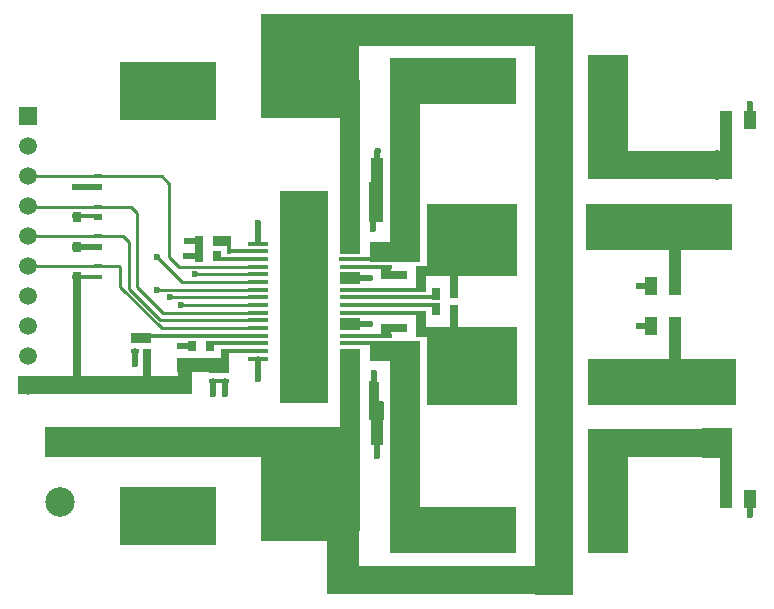
<source format=gtl>
G04*
G04 #@! TF.GenerationSoftware,Altium Limited,Altium Designer,23.1.1 (15)*
G04*
G04 Layer_Physical_Order=1*
G04 Layer_Color=255*
%FSLAX44Y44*%
%MOMM*%
G71*
G04*
G04 #@! TF.SameCoordinates,268351B6-6D58-47A7-88F6-7EDC03A6DC4B*
G04*
G04*
G04 #@! TF.FilePolarity,Positive*
G04*
G01*
G75*
%ADD11C,0.2540*%
%ADD14R,0.6350X0.4572*%
%ADD15R,6.5000X2.3000*%
%ADD16R,3.5000X4.0000*%
%ADD17R,0.8890X0.7620*%
%ADD18R,0.7620X0.8890*%
%ADD19R,4.1100X4.3600*%
%ADD20R,1.6750X0.4500*%
%ADD21R,1.0160X1.5240*%
%ADD35C,0.6000*%
%ADD36C,0.5080*%
%ADD37R,8.3864X7.0532*%
%ADD38R,26.5062X2.6692*%
%ADD39R,3.3020X49.0866*%
%ADD40R,20.8376X2.4014*%
%ADD41R,2.7020X7.2020*%
%ADD42R,4.1100X17.9680*%
%ADD43R,0.7620X0.9333*%
%ADD44R,0.8890X3.3164*%
%ADD45R,1.0160X3.6830*%
%ADD46R,1.2906X3.3655*%
%ADD47R,1.0162X3.6322*%
%ADD48R,2.5115X0.4805*%
%ADD49R,2.5115X0.4649*%
%ADD50R,2.5115X0.4827*%
%ADD51R,2.5115X0.4528*%
%ADD52R,0.7623X10.2750*%
%ADD53R,8.1280X4.9955*%
%ADD54R,1.6750X1.1000*%
%ADD55R,1.0263X6.2738*%
%ADD56R,1.0125X5.8556*%
%ADD57R,1.0160X6.4732*%
%ADD58R,3.5000X10.6050*%
%ADD59R,12.3032X2.4946*%
%ADD60R,12.3726X4.0000*%
%ADD61R,3.5000X4.0000*%
%ADD62R,12.5196X4.0000*%
%ADD63R,7.6678X6.1620*%
%ADD64R,0.8890X2.3008*%
%ADD65R,8.5568X0.9154*%
%ADD66R,0.7620X2.7569*%
%ADD67R,7.6678X6.7244*%
%ADD68R,10.6294X4.0000*%
%ADD69R,2.5400X16.6606*%
%ADD70R,4.3180X1.6680*%
%ADD71R,3.0597X1.0356*%
%ADD72R,0.7620X1.0723*%
%ADD73R,0.7620X1.0829*%
%ADD74R,2.1082X0.4500*%
%ADD75R,6.8365X0.4500*%
%ADD76R,1.6750X0.4500*%
%ADD77R,4.4221X0.4500*%
%ADD78R,2.2251X0.7620*%
%ADD79R,0.9262X1.2410*%
%ADD80R,5.7210X0.4500*%
%ADD81R,2.2251X0.7620*%
%ADD82R,4.4221X0.4500*%
%ADD83R,4.3180X1.7500*%
%ADD84R,2.5400X17.2866*%
%ADD85R,3.3059X0.4500*%
%ADD86R,0.6350X2.9847*%
%ADD87R,1.6522X0.8197*%
%ADD88R,11.5112X0.4500*%
%ADD89R,1.2445X3.0480*%
%ADD90R,4.3857X1.2829*%
%ADD91R,14.7065X1.5240*%
%ADD92R,0.6350X2.0600*%
%ADD93R,1.7272X0.4699*%
%ADD94R,26.5642X2.5200*%
%ADD95R,1.6750X8.7242*%
%ADD96R,8.3864X4.0640*%
%ADD97R,8.3864X7.6200*%
%ADD98R,8.3907X2.3000*%
%ADD99R,1.6750X8.0886*%
%ADD100R,1.6750X8.1430*%
%ADD101R,5.2490X0.4500*%
%ADD102R,3.8522X0.4500*%
%ADD103R,1.7272X0.4445*%
%ADD104R,0.7618X2.1890*%
%ADD105R,0.4064X1.5100*%
%ADD106R,1.5750X0.8545*%
%ADD107R,3.4963X0.4500*%
%ADD108R,0.7620X0.8890*%
%ADD109R,4.6647X0.4500*%
%ADD110C,1.5000*%
%ADD111R,1.5000X1.5000*%
%ADD112R,2.5000X2.5000*%
%ADD113C,2.5000*%
D11*
X23099Y333701D02*
X82801D01*
X82900Y333602D01*
X23000Y333800D02*
X23099Y333701D01*
X110390Y333602D02*
X115570Y328422D01*
X82900Y333602D02*
X110390D01*
X104097Y308653D02*
X109120Y303630D01*
X82900Y308653D02*
X104097D01*
X23000Y308400D02*
X82647D01*
X82900Y308653D01*
X100457Y283322D02*
X101600Y282179D01*
X100330Y283195D02*
X100457Y283322D01*
X82900Y283195D02*
X100330D01*
X23098Y283098D02*
X82802D01*
X23000Y283000D02*
X23098Y283098D01*
X82802D02*
X82900Y283195D01*
X136377Y359177D02*
X142748Y352806D01*
X82900Y359177D02*
X136377D01*
X23012Y359188D02*
X82888D01*
X23000Y359200D02*
X23012Y359188D01*
X82888D02*
X82900Y359177D01*
X101600Y265765D02*
Y282179D01*
Y265765D02*
X136605Y230760D01*
X217850D01*
X109120Y263634D02*
Y303630D01*
Y263634D02*
X135494Y237260D01*
X217850D01*
X137748Y243760D02*
X217850D01*
X115570Y265938D02*
X137748Y243760D01*
X115570Y265938D02*
Y328422D01*
X132363Y263173D02*
X132392Y263202D01*
X217792D01*
X217850Y263260D01*
X143256Y257048D02*
X217562D01*
X217850Y256760D01*
X153687Y269760D02*
X217850D01*
X132363Y291084D02*
X153687Y269760D01*
X142748Y291084D02*
Y352806D01*
Y291084D02*
X151072Y282760D01*
X217850D01*
X22860Y309880D02*
X22966Y309774D01*
X64516Y350047D02*
X64523Y350040D01*
X64516Y325489D02*
X64523Y325481D01*
X64516Y300285D02*
X64523Y300278D01*
X64516Y275082D02*
X64523Y275075D01*
X164756Y276260D02*
X217850D01*
X152746Y250352D02*
X217758D01*
X217850Y250260D01*
D14*
X82900Y359177D02*
D03*
Y349779D02*
D03*
Y333602D02*
D03*
Y324204D02*
D03*
Y308653D02*
D03*
Y299255D02*
D03*
Y283195D02*
D03*
Y273797D02*
D03*
X124460Y220599D02*
D03*
Y211201D02*
D03*
X114300D02*
D03*
Y220599D02*
D03*
X179620Y185926D02*
D03*
Y195324D02*
D03*
X190541Y185799D02*
D03*
Y195197D02*
D03*
D15*
X252578Y430000D02*
D03*
X150582D02*
D03*
Y70206D02*
D03*
X252578D02*
D03*
D16*
X418994Y440000D02*
D03*
X513994D02*
D03*
X419858Y184912D02*
D03*
X514858D02*
D03*
X418334Y316484D02*
D03*
X513334D02*
D03*
X418994Y60000D02*
D03*
X513994D02*
D03*
D17*
X340000Y215380D02*
D03*
Y230620D02*
D03*
X340000Y290874D02*
D03*
Y275634D02*
D03*
X340000Y291510D02*
D03*
X338572Y209056D02*
D03*
D18*
X177545Y215510D02*
D03*
X162305D02*
D03*
X183388Y291510D02*
D03*
X168148D02*
D03*
X183386Y304510D02*
D03*
X168146D02*
D03*
X300228Y181356D02*
D03*
X315468D02*
D03*
X384302Y260788D02*
D03*
X369062D02*
D03*
X384302Y246126D02*
D03*
X369062D02*
D03*
X299974Y325120D02*
D03*
X315214D02*
D03*
D19*
X256730Y253510D02*
D03*
D20*
X295610Y302260D02*
D03*
Y295760D02*
D03*
Y289260D02*
D03*
Y282760D02*
D03*
Y276260D02*
D03*
Y269760D02*
D03*
Y263260D02*
D03*
Y256760D02*
D03*
Y250260D02*
D03*
Y243760D02*
D03*
Y237260D02*
D03*
Y230760D02*
D03*
Y224260D02*
D03*
Y217760D02*
D03*
Y211260D02*
D03*
Y204760D02*
D03*
X217850D02*
D03*
Y211260D02*
D03*
Y217760D02*
D03*
Y224260D02*
D03*
Y230760D02*
D03*
Y237260D02*
D03*
Y243760D02*
D03*
Y250260D02*
D03*
Y256760D02*
D03*
Y263260D02*
D03*
Y269760D02*
D03*
Y276260D02*
D03*
Y282760D02*
D03*
Y289260D02*
D03*
Y295760D02*
D03*
Y302260D02*
D03*
D21*
X319278Y160782D02*
D03*
X298958D02*
D03*
X319182Y139700D02*
D03*
X298862D02*
D03*
X319230Y366776D02*
D03*
X298910D02*
D03*
X319232Y345694D02*
D03*
X298912D02*
D03*
X551180Y266484D02*
D03*
X571500D02*
D03*
X634697Y86106D02*
D03*
X614377D02*
D03*
X551180Y232918D02*
D03*
X571500D02*
D03*
X634492Y407162D02*
D03*
X614172D02*
D03*
D35*
X241712Y308012D02*
D03*
X257492D02*
D03*
X272342D02*
D03*
Y319320D02*
D03*
X257492D02*
D03*
X241712D02*
D03*
X242062Y342138D02*
D03*
X257842D02*
D03*
X272692D02*
D03*
Y330831D02*
D03*
X257842D02*
D03*
X242062D02*
D03*
X241300Y195500D02*
D03*
X257080D02*
D03*
X271930D02*
D03*
Y206808D02*
D03*
X257080D02*
D03*
X241300D02*
D03*
X240950Y183989D02*
D03*
X256730D02*
D03*
X271580D02*
D03*
Y172682D02*
D03*
X256730D02*
D03*
X240950D02*
D03*
X132363Y263173D02*
D03*
X143256Y257048D02*
D03*
X132363Y291084D02*
D03*
X315850Y192498D02*
D03*
X319182Y122718D02*
D03*
X64523Y265935D02*
D03*
X64516Y350047D02*
D03*
Y324844D02*
D03*
Y299641D02*
D03*
Y274437D02*
D03*
X106680Y82801D02*
D03*
X118082Y54226D02*
D03*
Y63751D02*
D03*
X106680Y73276D02*
D03*
X118082D02*
D03*
X106680Y92326D02*
D03*
X118082Y82801D02*
D03*
X106680Y63751D02*
D03*
Y54226D02*
D03*
X118082Y92326D02*
D03*
Y452120D02*
D03*
X106680Y414020D02*
D03*
Y423545D02*
D03*
X118082Y442595D02*
D03*
X106680Y452120D02*
D03*
X118082Y433070D02*
D03*
X106680D02*
D03*
X118082Y423545D02*
D03*
Y414020D02*
D03*
X106680Y442595D02*
D03*
X157352Y291508D02*
D03*
X157732Y304510D02*
D03*
X271780Y271834D02*
D03*
X256730Y272010D02*
D03*
X264160Y263202D02*
D03*
X248920D02*
D03*
X271780Y254510D02*
D03*
X256730D02*
D03*
X264160Y246010D02*
D03*
X248920D02*
D03*
X241300Y272010D02*
D03*
Y254510D02*
D03*
X271780Y237260D02*
D03*
X256730D02*
D03*
X241300D02*
D03*
X312897Y272809D02*
D03*
X312942Y234069D02*
D03*
X217850Y187488D02*
D03*
Y319532D02*
D03*
X315216Y314543D02*
D03*
X319532Y381000D02*
D03*
X114302Y200624D02*
D03*
X151728Y215508D02*
D03*
X190543Y175222D02*
D03*
X179621Y175349D02*
D03*
X634535Y72136D02*
D03*
X634433Y420624D02*
D03*
X540603Y232916D02*
D03*
X540766Y266484D02*
D03*
X164756Y276260D02*
D03*
X152746Y250352D02*
D03*
D36*
X315850Y181356D02*
Y192498D01*
X319182Y122718D02*
Y139700D01*
X157352Y291508D02*
X167766D01*
X157732Y304510D02*
X168146D01*
X295915Y272809D02*
X312897D01*
X295960Y234069D02*
X312942D01*
X217850Y187488D02*
Y204470D01*
Y302550D02*
Y319532D01*
X315216Y314543D02*
Y324957D01*
X319228Y366939D02*
Y380447D01*
X319532Y380751D02*
Y381000D01*
X319228Y380447D02*
X319532Y380751D01*
X114302Y200624D02*
Y211038D01*
X151728Y215508D02*
X162142D01*
X190543Y175222D02*
Y185636D01*
X179621Y175349D02*
Y185763D01*
X634616Y85861D02*
X634699Y85943D01*
X634535Y72136D02*
X634616Y72217D01*
Y85861D01*
X634462Y407458D02*
Y420594D01*
X634433Y407428D02*
X634462Y407458D01*
X634433Y420624D02*
X634462Y420594D01*
X540603Y232916D02*
X551017D01*
X540766Y266484D02*
X551180D01*
D37*
X262010Y444032D02*
D03*
D38*
X352609Y482716D02*
D03*
D39*
X468630Y250629D02*
D03*
D40*
X380952Y17203D02*
D03*
D41*
X290274Y41206D02*
D03*
D42*
X256730Y256870D02*
D03*
D43*
X64770Y274046D02*
D03*
Y299249D02*
D03*
Y324453D02*
D03*
D44*
X316103Y169236D02*
D03*
D45*
X319182Y150495D02*
D03*
D46*
X317857Y337503D02*
D03*
D47*
X319231Y356235D02*
D03*
D48*
X73517Y349896D02*
D03*
D49*
Y325697D02*
D03*
D50*
Y299334D02*
D03*
D51*
Y273775D02*
D03*
D52*
X64772Y226755D02*
D03*
D53*
X142240Y71584D02*
D03*
Y431378D02*
D03*
D54*
X295610Y273010D02*
D03*
Y234010D02*
D03*
D55*
X614429Y109855D02*
D03*
D56*
X614189Y385504D02*
D03*
D57*
X571500Y208172D02*
D03*
Y291230D02*
D03*
D58*
X513994Y409133D02*
D03*
Y93025D02*
D03*
D59*
X558010Y368581D02*
D03*
Y133577D02*
D03*
D60*
X557697Y316484D02*
D03*
D61*
X513334D02*
D03*
D62*
X559956Y184912D02*
D03*
D63*
X399019Y305674D02*
D03*
D64*
X356235Y272514D02*
D03*
Y234506D02*
D03*
D65*
X394574Y279441D02*
D03*
Y227579D02*
D03*
D66*
X384302Y270233D02*
D03*
Y236786D02*
D03*
D67*
X399019Y198534D02*
D03*
D68*
X383347Y440000D02*
D03*
Y60000D02*
D03*
D69*
X342900Y376691D02*
D03*
D70*
X334010Y295404D02*
D03*
D71*
X327718Y298566D02*
D03*
Y207688D02*
D03*
D72*
X369062Y259872D02*
D03*
D73*
Y247096D02*
D03*
D74*
X362331Y256760D02*
D03*
Y250260D02*
D03*
D75*
X321418D02*
D03*
Y256760D02*
D03*
Y263260D02*
D03*
Y243760D02*
D03*
D76*
X295610Y250260D02*
D03*
Y256760D02*
D03*
Y263260D02*
D03*
Y243760D02*
D03*
D77*
X309345Y282760D02*
D03*
D78*
X333320Y275644D02*
D03*
D79*
X326825Y278039D02*
D03*
Y228215D02*
D03*
D80*
X315840Y289260D02*
D03*
D81*
X333320Y230610D02*
D03*
D82*
X309345Y224260D02*
D03*
D83*
X334010Y211260D02*
D03*
D84*
X342900Y126433D02*
D03*
D85*
X303764Y217760D02*
D03*
D86*
X124460Y198563D02*
D03*
D87*
X119374Y222411D02*
D03*
D88*
X168669Y224260D02*
D03*
D89*
X156082Y190500D02*
D03*
D90*
X171788Y199325D02*
D03*
D91*
X88772Y182880D02*
D03*
D92*
X190541Y203210D02*
D03*
D93*
X185081Y195260D02*
D03*
D94*
X171121Y134720D02*
D03*
D95*
X295610Y397879D02*
D03*
Y102327D02*
D03*
D96*
X262010Y429086D02*
D03*
D97*
Y88900D02*
D03*
D98*
X262031Y70206D02*
D03*
D99*
X295610Y333953D02*
D03*
D100*
Y172795D02*
D03*
D101*
X199980Y217760D02*
D03*
D102*
X206964Y211260D02*
D03*
D103*
X185081Y185862D02*
D03*
D104*
X168147Y298010D02*
D03*
D105*
X193294Y301060D02*
D03*
D106*
X187451Y304338D02*
D03*
D107*
X208743Y295760D02*
D03*
D108*
X183388Y291510D02*
D03*
D109*
X202901Y289260D02*
D03*
D110*
X23000Y232200D02*
D03*
Y257600D02*
D03*
Y384600D02*
D03*
Y359200D02*
D03*
Y333800D02*
D03*
Y308400D02*
D03*
Y283000D02*
D03*
Y181400D02*
D03*
Y206800D02*
D03*
D111*
Y410000D02*
D03*
D112*
X50800Y134620D02*
D03*
X607060Y133604D02*
D03*
Y317754D02*
D03*
D113*
X50800Y83820D02*
D03*
X607060Y184404D02*
D03*
Y368554D02*
D03*
M02*

</source>
